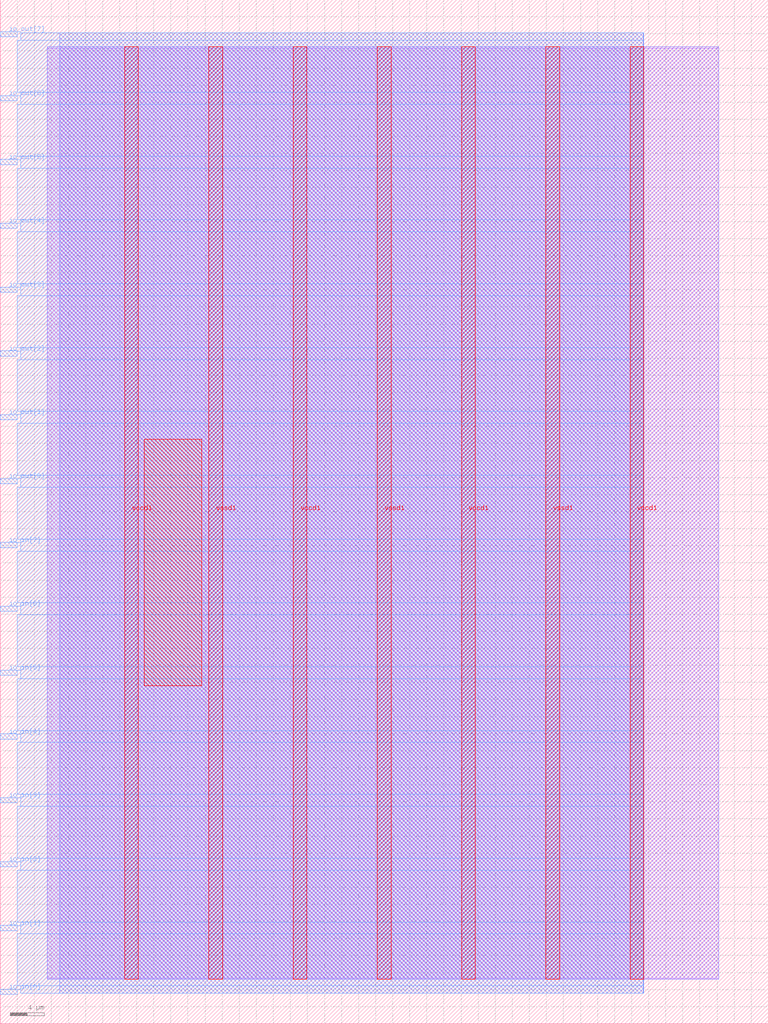
<source format=lef>
VERSION 5.7 ;
  NOWIREEXTENSIONATPIN ON ;
  DIVIDERCHAR "/" ;
  BUSBITCHARS "[]" ;
MACRO tt2_tholin_multiplier
  CLASS BLOCK ;
  FOREIGN tt2_tholin_multiplier ;
  ORIGIN 0.000 0.000 ;
  SIZE 90.000 BY 120.000 ;
  PIN io_in[0]
    DIRECTION INPUT ;
    USE SIGNAL ;
    PORT
      LAYER met3 ;
        RECT 0.000 3.440 2.000 4.040 ;
    END
  END io_in[0]
  PIN io_in[1]
    DIRECTION INPUT ;
    USE SIGNAL ;
    PORT
      LAYER met3 ;
        RECT 0.000 10.920 2.000 11.520 ;
    END
  END io_in[1]
  PIN io_in[2]
    DIRECTION INPUT ;
    USE SIGNAL ;
    PORT
      LAYER met3 ;
        RECT 0.000 18.400 2.000 19.000 ;
    END
  END io_in[2]
  PIN io_in[3]
    DIRECTION INPUT ;
    USE SIGNAL ;
    PORT
      LAYER met3 ;
        RECT 0.000 25.880 2.000 26.480 ;
    END
  END io_in[3]
  PIN io_in[4]
    DIRECTION INPUT ;
    USE SIGNAL ;
    PORT
      LAYER met3 ;
        RECT 0.000 33.360 2.000 33.960 ;
    END
  END io_in[4]
  PIN io_in[5]
    DIRECTION INPUT ;
    USE SIGNAL ;
    PORT
      LAYER met3 ;
        RECT 0.000 40.840 2.000 41.440 ;
    END
  END io_in[5]
  PIN io_in[6]
    DIRECTION INPUT ;
    USE SIGNAL ;
    PORT
      LAYER met3 ;
        RECT 0.000 48.320 2.000 48.920 ;
    END
  END io_in[6]
  PIN io_in[7]
    DIRECTION INPUT ;
    USE SIGNAL ;
    PORT
      LAYER met3 ;
        RECT 0.000 55.800 2.000 56.400 ;
    END
  END io_in[7]
  PIN io_out[0]
    DIRECTION OUTPUT TRISTATE ;
    USE SIGNAL ;
    PORT
      LAYER met3 ;
        RECT 0.000 63.280 2.000 63.880 ;
    END
  END io_out[0]
  PIN io_out[1]
    DIRECTION OUTPUT TRISTATE ;
    USE SIGNAL ;
    PORT
      LAYER met3 ;
        RECT 0.000 70.760 2.000 71.360 ;
    END
  END io_out[1]
  PIN io_out[2]
    DIRECTION OUTPUT TRISTATE ;
    USE SIGNAL ;
    PORT
      LAYER met3 ;
        RECT 0.000 78.240 2.000 78.840 ;
    END
  END io_out[2]
  PIN io_out[3]
    DIRECTION OUTPUT TRISTATE ;
    USE SIGNAL ;
    PORT
      LAYER met3 ;
        RECT 0.000 85.720 2.000 86.320 ;
    END
  END io_out[3]
  PIN io_out[4]
    DIRECTION OUTPUT TRISTATE ;
    USE SIGNAL ;
    PORT
      LAYER met3 ;
        RECT 0.000 93.200 2.000 93.800 ;
    END
  END io_out[4]
  PIN io_out[5]
    DIRECTION OUTPUT TRISTATE ;
    USE SIGNAL ;
    PORT
      LAYER met3 ;
        RECT 0.000 100.680 2.000 101.280 ;
    END
  END io_out[5]
  PIN io_out[6]
    DIRECTION OUTPUT TRISTATE ;
    USE SIGNAL ;
    PORT
      LAYER met3 ;
        RECT 0.000 108.160 2.000 108.760 ;
    END
  END io_out[6]
  PIN io_out[7]
    DIRECTION OUTPUT TRISTATE ;
    USE SIGNAL ;
    PORT
      LAYER met3 ;
        RECT 0.000 115.640 2.000 116.240 ;
    END
  END io_out[7]
  PIN vccd1
    DIRECTION INOUT ;
    USE POWER ;
    PORT
      LAYER met4 ;
        RECT 14.590 5.200 16.190 114.480 ;
    END
    PORT
      LAYER met4 ;
        RECT 34.330 5.200 35.930 114.480 ;
    END
    PORT
      LAYER met4 ;
        RECT 54.070 5.200 55.670 114.480 ;
    END
    PORT
      LAYER met4 ;
        RECT 73.810 5.200 75.410 114.480 ;
    END
  END vccd1
  PIN vssd1
    DIRECTION INOUT ;
    USE GROUND ;
    PORT
      LAYER met4 ;
        RECT 24.460 5.200 26.060 114.480 ;
    END
    PORT
      LAYER met4 ;
        RECT 44.200 5.200 45.800 114.480 ;
    END
    PORT
      LAYER met4 ;
        RECT 63.940 5.200 65.540 114.480 ;
    END
  END vssd1
  OBS
      LAYER li1 ;
        RECT 5.520 5.355 84.180 114.325 ;
      LAYER met1 ;
        RECT 5.520 5.200 84.180 114.480 ;
      LAYER met2 ;
        RECT 6.990 3.555 75.380 116.125 ;
      LAYER met3 ;
        RECT 2.400 115.240 75.400 116.105 ;
        RECT 2.000 109.160 75.400 115.240 ;
        RECT 2.400 107.760 75.400 109.160 ;
        RECT 2.000 101.680 75.400 107.760 ;
        RECT 2.400 100.280 75.400 101.680 ;
        RECT 2.000 94.200 75.400 100.280 ;
        RECT 2.400 92.800 75.400 94.200 ;
        RECT 2.000 86.720 75.400 92.800 ;
        RECT 2.400 85.320 75.400 86.720 ;
        RECT 2.000 79.240 75.400 85.320 ;
        RECT 2.400 77.840 75.400 79.240 ;
        RECT 2.000 71.760 75.400 77.840 ;
        RECT 2.400 70.360 75.400 71.760 ;
        RECT 2.000 64.280 75.400 70.360 ;
        RECT 2.400 62.880 75.400 64.280 ;
        RECT 2.000 56.800 75.400 62.880 ;
        RECT 2.400 55.400 75.400 56.800 ;
        RECT 2.000 49.320 75.400 55.400 ;
        RECT 2.400 47.920 75.400 49.320 ;
        RECT 2.000 41.840 75.400 47.920 ;
        RECT 2.400 40.440 75.400 41.840 ;
        RECT 2.000 34.360 75.400 40.440 ;
        RECT 2.400 32.960 75.400 34.360 ;
        RECT 2.000 26.880 75.400 32.960 ;
        RECT 2.400 25.480 75.400 26.880 ;
        RECT 2.000 19.400 75.400 25.480 ;
        RECT 2.400 18.000 75.400 19.400 ;
        RECT 2.000 11.920 75.400 18.000 ;
        RECT 2.400 10.520 75.400 11.920 ;
        RECT 2.000 4.440 75.400 10.520 ;
        RECT 2.400 3.575 75.400 4.440 ;
      LAYER met4 ;
        RECT 16.855 39.615 23.625 68.505 ;
  END
END tt2_tholin_multiplier
END LIBRARY


</source>
